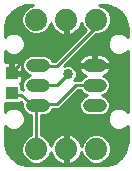
<source format=gtl>
G75*
%MOIN*%
%OFA0B0*%
%FSLAX25Y25*%
%IPPOS*%
%LPD*%
%AMOC8*
5,1,8,0,0,1.08239X$1,22.5*
%
%ADD10R,0.03937X0.04331*%
%ADD11C,0.07400*%
%ADD12C,0.04331*%
%ADD13C,0.01000*%
%ADD14C,0.03400*%
D10*
X0007560Y0029529D03*
X0007560Y0036221D03*
D11*
X0015685Y0054125D03*
X0025685Y0054125D03*
X0035685Y0054125D03*
X0035685Y0011000D03*
X0025685Y0011000D03*
X0015685Y0011000D03*
D12*
X0014464Y0025557D02*
X0018008Y0025557D01*
X0014464Y0025557D02*
X0014464Y0025557D01*
X0018008Y0025557D01*
X0018008Y0025557D01*
X0018008Y0032250D02*
X0014464Y0032250D01*
X0014464Y0032250D01*
X0018008Y0032250D01*
X0018008Y0032250D01*
X0018008Y0038943D02*
X0014464Y0038943D01*
X0014464Y0038943D01*
X0018008Y0038943D01*
X0018008Y0038943D01*
X0033362Y0038943D02*
X0036906Y0038943D01*
X0033362Y0038943D02*
X0033362Y0038943D01*
X0036906Y0038943D01*
X0036906Y0038943D01*
X0036906Y0032250D02*
X0033362Y0032250D01*
X0033362Y0032250D01*
X0036906Y0032250D01*
X0036906Y0032250D01*
X0036906Y0025557D02*
X0033362Y0025557D01*
X0033362Y0025557D01*
X0036906Y0025557D01*
X0036906Y0025557D01*
D13*
X0012720Y0007036D02*
X0008639Y0007036D01*
X0009553Y0006372D02*
X0007528Y0007843D01*
X0006057Y0009868D01*
X0005283Y0012249D01*
X0005185Y0013500D01*
X0005185Y0018767D01*
X0006089Y0017863D01*
X0007449Y0017300D01*
X0008921Y0017300D01*
X0010281Y0017863D01*
X0011322Y0018904D01*
X0011885Y0020264D01*
X0011885Y0021736D01*
X0011322Y0023096D01*
X0010281Y0024137D01*
X0008921Y0024700D01*
X0007449Y0024700D01*
X0006089Y0024137D01*
X0005185Y0023233D01*
X0005185Y0026163D01*
X0010026Y0026163D01*
X0010634Y0026772D01*
X0011123Y0026283D01*
X0011099Y0026226D01*
X0011099Y0024888D01*
X0011612Y0023651D01*
X0012558Y0022704D01*
X0013795Y0022192D01*
X0013985Y0022192D01*
X0013985Y0015600D01*
X0012909Y0015154D01*
X0011531Y0013776D01*
X0010785Y0011975D01*
X0010785Y0010025D01*
X0011531Y0008224D01*
X0012909Y0006846D01*
X0014710Y0006100D01*
X0016660Y0006100D01*
X0018461Y0006846D01*
X0019839Y0008224D01*
X0020577Y0010007D01*
X0020613Y0009782D01*
X0020866Y0009004D01*
X0021238Y0008275D01*
X0021719Y0007612D01*
X0022297Y0007034D01*
X0022960Y0006553D01*
X0023689Y0006181D01*
X0024467Y0005928D01*
X0025185Y0005814D01*
X0025185Y0010500D01*
X0026185Y0010500D01*
X0026185Y0005814D01*
X0026903Y0005928D01*
X0027681Y0006181D01*
X0028410Y0006553D01*
X0029073Y0007034D01*
X0029651Y0007612D01*
X0030132Y0008275D01*
X0030504Y0009004D01*
X0030757Y0009782D01*
X0030793Y0010007D01*
X0031531Y0008224D01*
X0032909Y0006846D01*
X0034710Y0006100D01*
X0036660Y0006100D01*
X0038461Y0006846D01*
X0039839Y0008224D01*
X0040585Y0010025D01*
X0040585Y0011975D01*
X0039839Y0013776D01*
X0038461Y0015154D01*
X0036660Y0015900D01*
X0034710Y0015900D01*
X0032909Y0015154D01*
X0031531Y0013776D01*
X0030793Y0011993D01*
X0030757Y0012218D01*
X0030504Y0012996D01*
X0030132Y0013725D01*
X0029651Y0014388D01*
X0029073Y0014966D01*
X0028410Y0015447D01*
X0027681Y0015819D01*
X0026903Y0016072D01*
X0026185Y0016186D01*
X0026185Y0011500D01*
X0025185Y0011500D01*
X0025185Y0016186D01*
X0024467Y0016072D01*
X0023689Y0015819D01*
X0022960Y0015447D01*
X0022297Y0014966D01*
X0021719Y0014388D01*
X0021238Y0013725D01*
X0020866Y0012996D01*
X0020613Y0012218D01*
X0020577Y0011993D01*
X0019839Y0013776D01*
X0018461Y0015154D01*
X0017385Y0015600D01*
X0017385Y0022192D01*
X0018677Y0022192D01*
X0019914Y0022704D01*
X0020861Y0023651D01*
X0021130Y0024300D01*
X0023264Y0024300D01*
X0024260Y0025296D01*
X0029514Y0030550D01*
X0030424Y0030550D01*
X0030509Y0030344D01*
X0031456Y0029397D01*
X0032647Y0028904D01*
X0031456Y0028410D01*
X0030509Y0027463D01*
X0029997Y0026226D01*
X0029997Y0024888D01*
X0030509Y0023651D01*
X0031456Y0022704D01*
X0032693Y0022192D01*
X0037575Y0022192D01*
X0038812Y0022704D01*
X0039758Y0023651D01*
X0040271Y0024888D01*
X0040271Y0026226D01*
X0039758Y0027463D01*
X0038812Y0028410D01*
X0037620Y0028904D01*
X0038812Y0029397D01*
X0039758Y0030344D01*
X0040271Y0031581D01*
X0040271Y0032919D01*
X0039758Y0034156D01*
X0038812Y0035103D01*
X0038012Y0035434D01*
X0038642Y0035695D01*
X0039242Y0036096D01*
X0039753Y0036606D01*
X0040154Y0037207D01*
X0040430Y0037874D01*
X0040543Y0038443D01*
X0035634Y0038443D01*
X0035634Y0039443D01*
X0040543Y0039443D01*
X0040430Y0040012D01*
X0040154Y0040679D01*
X0039753Y0041279D01*
X0039242Y0041790D01*
X0038642Y0042191D01*
X0037975Y0042467D01*
X0037266Y0042608D01*
X0035634Y0042608D01*
X0035634Y0039443D01*
X0034634Y0039443D01*
X0034634Y0042608D01*
X0033001Y0042608D01*
X0032293Y0042467D01*
X0031626Y0042191D01*
X0031026Y0041790D01*
X0030515Y0041279D01*
X0030114Y0040679D01*
X0029838Y0040012D01*
X0029724Y0039443D01*
X0034634Y0039443D01*
X0034634Y0038443D01*
X0029724Y0038443D01*
X0029838Y0037874D01*
X0030114Y0037207D01*
X0030515Y0036606D01*
X0031026Y0036096D01*
X0031626Y0035695D01*
X0032255Y0035434D01*
X0031456Y0035103D01*
X0030509Y0034156D01*
X0030424Y0033950D01*
X0028361Y0033950D01*
X0028768Y0034357D01*
X0029210Y0035423D01*
X0029210Y0036577D01*
X0028768Y0037643D01*
X0027953Y0038458D01*
X0026887Y0038900D01*
X0025733Y0038900D01*
X0025103Y0038639D01*
X0035689Y0049225D01*
X0036660Y0049225D01*
X0038461Y0049971D01*
X0039839Y0051349D01*
X0040585Y0053150D01*
X0040585Y0055100D01*
X0039839Y0056901D01*
X0038461Y0058279D01*
X0036720Y0059000D01*
X0038185Y0059000D01*
X0039436Y0058902D01*
X0041817Y0058128D01*
X0043842Y0056657D01*
X0045313Y0054632D01*
X0046086Y0052251D01*
X0046185Y0051000D01*
X0046185Y0048233D01*
X0045281Y0049137D01*
X0043921Y0049700D01*
X0042449Y0049700D01*
X0041089Y0049137D01*
X0040048Y0048096D01*
X0039485Y0046736D01*
X0039485Y0045264D01*
X0040048Y0043904D01*
X0041089Y0042863D01*
X0042449Y0042300D01*
X0043921Y0042300D01*
X0045281Y0042863D01*
X0046185Y0043767D01*
X0046185Y0023233D01*
X0045281Y0024137D01*
X0043921Y0024700D01*
X0042449Y0024700D01*
X0041089Y0024137D01*
X0040048Y0023096D01*
X0039485Y0021736D01*
X0039485Y0020264D01*
X0040048Y0018904D01*
X0041089Y0017863D01*
X0042449Y0017300D01*
X0043921Y0017300D01*
X0045281Y0017863D01*
X0046185Y0018767D01*
X0046185Y0013500D01*
X0046086Y0012249D01*
X0045313Y0009868D01*
X0043842Y0007843D01*
X0041817Y0006372D01*
X0039436Y0005598D01*
X0038185Y0005500D01*
X0013185Y0005500D01*
X0011934Y0005598D01*
X0009553Y0006372D01*
X0010583Y0006037D02*
X0024131Y0006037D01*
X0025185Y0006037D02*
X0026185Y0006037D01*
X0026185Y0007036D02*
X0025185Y0007036D01*
X0025185Y0008034D02*
X0026185Y0008034D01*
X0026185Y0009033D02*
X0025185Y0009033D01*
X0025185Y0010031D02*
X0026185Y0010031D01*
X0026185Y0012028D02*
X0025185Y0012028D01*
X0025185Y0013027D02*
X0026185Y0013027D01*
X0026185Y0014025D02*
X0025185Y0014025D01*
X0025185Y0015024D02*
X0026185Y0015024D01*
X0026185Y0016022D02*
X0025185Y0016022D01*
X0024315Y0016022D02*
X0017385Y0016022D01*
X0017385Y0017021D02*
X0046185Y0017021D01*
X0046185Y0018019D02*
X0045437Y0018019D01*
X0046185Y0016022D02*
X0027055Y0016022D01*
X0028993Y0015024D02*
X0032779Y0015024D01*
X0031781Y0014025D02*
X0029915Y0014025D01*
X0030488Y0013027D02*
X0031221Y0013027D01*
X0030807Y0012028D02*
X0030787Y0012028D01*
X0030513Y0009033D02*
X0031196Y0009033D01*
X0031721Y0008034D02*
X0029958Y0008034D01*
X0029075Y0007036D02*
X0032720Y0007036D01*
X0027239Y0006037D02*
X0040787Y0006037D01*
X0042731Y0007036D02*
X0038650Y0007036D01*
X0039649Y0008034D02*
X0043981Y0008034D01*
X0044706Y0009033D02*
X0040174Y0009033D01*
X0040585Y0010031D02*
X0045366Y0010031D01*
X0045691Y0011030D02*
X0040585Y0011030D01*
X0040563Y0012028D02*
X0046015Y0012028D01*
X0046148Y0013027D02*
X0040149Y0013027D01*
X0039589Y0014025D02*
X0046185Y0014025D01*
X0046185Y0015024D02*
X0038591Y0015024D01*
X0040933Y0018019D02*
X0017385Y0018019D01*
X0017385Y0019018D02*
X0040001Y0019018D01*
X0039588Y0020016D02*
X0017385Y0020016D01*
X0017385Y0021015D02*
X0039485Y0021015D01*
X0039600Y0022013D02*
X0017385Y0022013D01*
X0020222Y0023012D02*
X0031148Y0023012D01*
X0030360Y0024010D02*
X0021010Y0024010D01*
X0022560Y0026000D02*
X0016679Y0026000D01*
X0016236Y0025557D01*
X0015685Y0025006D01*
X0015685Y0011000D01*
X0019589Y0014025D02*
X0021455Y0014025D01*
X0020882Y0013027D02*
X0020149Y0013027D01*
X0020563Y0012028D02*
X0020583Y0012028D01*
X0020857Y0009033D02*
X0020174Y0009033D01*
X0019649Y0008034D02*
X0021412Y0008034D01*
X0022295Y0007036D02*
X0018650Y0007036D01*
X0011721Y0008034D02*
X0007389Y0008034D01*
X0006664Y0009033D02*
X0011196Y0009033D01*
X0010785Y0010031D02*
X0006004Y0010031D01*
X0005679Y0011030D02*
X0010785Y0011030D01*
X0010807Y0012028D02*
X0005355Y0012028D01*
X0005222Y0013027D02*
X0011221Y0013027D01*
X0011781Y0014025D02*
X0005185Y0014025D01*
X0005185Y0015024D02*
X0012779Y0015024D01*
X0013985Y0016022D02*
X0005185Y0016022D01*
X0005185Y0017021D02*
X0013985Y0017021D01*
X0013985Y0018019D02*
X0010437Y0018019D01*
X0011369Y0019018D02*
X0013985Y0019018D01*
X0013985Y0020016D02*
X0011782Y0020016D01*
X0011885Y0021015D02*
X0013985Y0021015D01*
X0013985Y0022013D02*
X0011770Y0022013D01*
X0011356Y0023012D02*
X0012250Y0023012D01*
X0011463Y0024010D02*
X0010407Y0024010D01*
X0011099Y0025009D02*
X0005185Y0025009D01*
X0005185Y0026007D02*
X0011099Y0026007D01*
X0010685Y0029125D02*
X0014253Y0025557D01*
X0016236Y0025557D01*
X0022560Y0026000D02*
X0028810Y0032250D01*
X0035134Y0032250D01*
X0037861Y0029003D02*
X0046185Y0029003D01*
X0046185Y0028004D02*
X0039217Y0028004D01*
X0039948Y0027006D02*
X0046185Y0027006D01*
X0046185Y0026007D02*
X0040271Y0026007D01*
X0040271Y0025009D02*
X0046185Y0025009D01*
X0046185Y0024010D02*
X0045407Y0024010D01*
X0040963Y0024010D02*
X0039907Y0024010D01*
X0040014Y0023012D02*
X0039120Y0023012D01*
X0032407Y0029003D02*
X0027967Y0029003D01*
X0026969Y0028004D02*
X0031050Y0028004D01*
X0030320Y0027006D02*
X0025970Y0027006D01*
X0024972Y0026007D02*
X0029997Y0026007D01*
X0029997Y0025009D02*
X0023973Y0025009D01*
X0028966Y0030001D02*
X0030851Y0030001D01*
X0030443Y0033996D02*
X0028407Y0033996D01*
X0029032Y0034994D02*
X0031347Y0034994D01*
X0031180Y0035993D02*
X0029210Y0035993D01*
X0029038Y0036991D02*
X0030258Y0036991D01*
X0029815Y0037990D02*
X0028422Y0037990D01*
X0029833Y0039987D02*
X0026451Y0039987D01*
X0027449Y0040985D02*
X0030318Y0040985D01*
X0031315Y0041984D02*
X0028448Y0041984D01*
X0029446Y0042982D02*
X0040970Y0042982D01*
X0040017Y0043981D02*
X0030445Y0043981D01*
X0031443Y0044979D02*
X0039603Y0044979D01*
X0039485Y0045978D02*
X0032442Y0045978D01*
X0033440Y0046976D02*
X0039584Y0046976D01*
X0039998Y0047975D02*
X0034439Y0047975D01*
X0035437Y0048973D02*
X0040926Y0048973D01*
X0039460Y0050970D02*
X0046185Y0050970D01*
X0046109Y0051969D02*
X0040096Y0051969D01*
X0040509Y0052967D02*
X0045854Y0052967D01*
X0045529Y0053966D02*
X0040585Y0053966D01*
X0040585Y0054964D02*
X0045072Y0054964D01*
X0044346Y0055963D02*
X0040227Y0055963D01*
X0039778Y0056961D02*
X0043423Y0056961D01*
X0042048Y0057960D02*
X0038780Y0057960D01*
X0038715Y0058958D02*
X0036821Y0058958D01*
X0035685Y0054125D02*
X0035685Y0051625D01*
X0022560Y0038500D01*
X0016679Y0038500D01*
X0016236Y0038943D01*
X0013795Y0042308D02*
X0012558Y0041796D01*
X0011612Y0040849D01*
X0011099Y0039612D01*
X0011099Y0038273D01*
X0011612Y0037037D01*
X0012558Y0036090D01*
X0013750Y0035596D01*
X0012558Y0035103D01*
X0011612Y0034156D01*
X0011099Y0032919D01*
X0011099Y0031581D01*
X0011428Y0030786D01*
X0011389Y0030825D01*
X0010728Y0030825D01*
X0010728Y0032191D01*
X0010205Y0032715D01*
X0010450Y0032856D01*
X0010729Y0033135D01*
X0010926Y0033477D01*
X0011028Y0033859D01*
X0011028Y0035737D01*
X0008044Y0035737D01*
X0008044Y0036706D01*
X0007076Y0036706D01*
X0007076Y0039887D01*
X0005394Y0039887D01*
X0005185Y0039831D01*
X0005185Y0043767D01*
X0006089Y0042863D01*
X0007449Y0042300D01*
X0008921Y0042300D01*
X0010281Y0042863D01*
X0011322Y0043904D01*
X0011885Y0045264D01*
X0011885Y0046736D01*
X0011322Y0048096D01*
X0010281Y0049137D01*
X0008921Y0049700D01*
X0007449Y0049700D01*
X0006089Y0049137D01*
X0005185Y0048233D01*
X0005185Y0051000D01*
X0005283Y0052251D01*
X0006057Y0054632D01*
X0007528Y0056657D01*
X0009553Y0058128D01*
X0011934Y0058902D01*
X0013185Y0059000D01*
X0014650Y0059000D01*
X0012909Y0058279D01*
X0011531Y0056901D01*
X0010785Y0055100D01*
X0010785Y0053150D01*
X0011531Y0051349D01*
X0012909Y0049971D01*
X0014710Y0049225D01*
X0016660Y0049225D01*
X0018461Y0049971D01*
X0019839Y0051349D01*
X0020577Y0053132D01*
X0020613Y0052907D01*
X0020866Y0052129D01*
X0021238Y0051400D01*
X0021719Y0050737D01*
X0022297Y0050159D01*
X0022960Y0049678D01*
X0023689Y0049306D01*
X0024467Y0049053D01*
X0025185Y0048939D01*
X0025185Y0053625D01*
X0026185Y0053625D01*
X0026185Y0048939D01*
X0026903Y0049053D01*
X0027681Y0049306D01*
X0028410Y0049678D01*
X0029073Y0050159D01*
X0029651Y0050737D01*
X0030132Y0051400D01*
X0030504Y0052129D01*
X0030757Y0052907D01*
X0030793Y0053132D01*
X0031531Y0051349D01*
X0032268Y0050612D01*
X0021856Y0040200D01*
X0021130Y0040200D01*
X0020861Y0040849D01*
X0019914Y0041796D01*
X0018677Y0042308D01*
X0013795Y0042308D01*
X0013011Y0041984D02*
X0005185Y0041984D01*
X0005185Y0042982D02*
X0005970Y0042982D01*
X0005185Y0040985D02*
X0011747Y0040985D01*
X0011254Y0039987D02*
X0005185Y0039987D01*
X0007076Y0038988D02*
X0008044Y0038988D01*
X0008044Y0037990D02*
X0007076Y0037990D01*
X0007076Y0036991D02*
X0008044Y0036991D01*
X0008044Y0036706D02*
X0008044Y0039887D01*
X0009726Y0039887D01*
X0010107Y0039785D01*
X0010450Y0039587D01*
X0010729Y0039308D01*
X0010926Y0038966D01*
X0011028Y0038584D01*
X0011028Y0036706D01*
X0008044Y0036706D01*
X0007560Y0036625D02*
X0007560Y0036221D01*
X0007560Y0036625D02*
X0010060Y0039125D01*
X0010060Y0041000D01*
X0013185Y0044125D01*
X0015685Y0044125D01*
X0020685Y0049125D01*
X0022555Y0049972D02*
X0018461Y0049972D01*
X0019460Y0050970D02*
X0021550Y0050970D01*
X0020948Y0051969D02*
X0020096Y0051969D01*
X0020509Y0052967D02*
X0020604Y0052967D01*
X0025185Y0052967D02*
X0026185Y0052967D01*
X0026185Y0051969D02*
X0025185Y0051969D01*
X0025185Y0050970D02*
X0026185Y0050970D01*
X0026185Y0049972D02*
X0025185Y0049972D01*
X0025185Y0048973D02*
X0026185Y0048973D01*
X0026399Y0048973D02*
X0030629Y0048973D01*
X0031628Y0049972D02*
X0028815Y0049972D01*
X0029820Y0050970D02*
X0031910Y0050970D01*
X0031274Y0051969D02*
X0030422Y0051969D01*
X0030766Y0052967D02*
X0030861Y0052967D01*
X0029631Y0047975D02*
X0011372Y0047975D01*
X0011785Y0046976D02*
X0028632Y0046976D01*
X0027634Y0045978D02*
X0011885Y0045978D01*
X0011767Y0044979D02*
X0026635Y0044979D01*
X0025636Y0043981D02*
X0011353Y0043981D01*
X0010400Y0042982D02*
X0024638Y0042982D01*
X0023639Y0041984D02*
X0019461Y0041984D01*
X0020725Y0040985D02*
X0022641Y0040985D01*
X0025452Y0038988D02*
X0034634Y0038988D01*
X0035134Y0038943D02*
X0042117Y0038943D01*
X0042560Y0038500D01*
X0040453Y0037990D02*
X0046185Y0037990D01*
X0046185Y0038988D02*
X0035634Y0038988D01*
X0035634Y0039987D02*
X0034634Y0039987D01*
X0034634Y0040985D02*
X0035634Y0040985D01*
X0035634Y0041984D02*
X0034634Y0041984D01*
X0038952Y0041984D02*
X0046185Y0041984D01*
X0046185Y0042982D02*
X0045400Y0042982D01*
X0046185Y0040985D02*
X0039949Y0040985D01*
X0040435Y0039987D02*
X0046185Y0039987D01*
X0046185Y0036991D02*
X0040010Y0036991D01*
X0039087Y0035993D02*
X0046185Y0035993D01*
X0046185Y0034994D02*
X0038921Y0034994D01*
X0039825Y0033996D02*
X0046185Y0033996D01*
X0046185Y0032997D02*
X0040239Y0032997D01*
X0040271Y0031999D02*
X0046185Y0031999D01*
X0046185Y0031000D02*
X0040030Y0031000D01*
X0039416Y0030001D02*
X0046185Y0030001D01*
X0026310Y0036000D02*
X0022560Y0032250D01*
X0016236Y0032250D01*
X0012449Y0034994D02*
X0011028Y0034994D01*
X0011028Y0033996D02*
X0011545Y0033996D01*
X0011131Y0032997D02*
X0010591Y0032997D01*
X0010728Y0031999D02*
X0011099Y0031999D01*
X0011340Y0031000D02*
X0010728Y0031000D01*
X0010685Y0029125D02*
X0007964Y0029125D01*
X0007560Y0029529D01*
X0005963Y0024010D02*
X0005185Y0024010D01*
X0005185Y0018019D02*
X0005933Y0018019D01*
X0018591Y0015024D02*
X0022377Y0015024D01*
X0012793Y0035993D02*
X0008044Y0035993D01*
X0011028Y0036991D02*
X0011657Y0036991D01*
X0011217Y0037990D02*
X0011028Y0037990D01*
X0011099Y0038988D02*
X0010913Y0038988D01*
X0010444Y0048973D02*
X0024971Y0048973D01*
X0014549Y0058958D02*
X0012655Y0058958D01*
X0012590Y0057960D02*
X0009321Y0057960D01*
X0007947Y0056961D02*
X0011592Y0056961D01*
X0011143Y0055963D02*
X0007024Y0055963D01*
X0006298Y0054964D02*
X0010785Y0054964D01*
X0010785Y0053966D02*
X0005840Y0053966D01*
X0005516Y0052967D02*
X0010861Y0052967D01*
X0011274Y0051969D02*
X0005261Y0051969D01*
X0005185Y0050970D02*
X0011910Y0050970D01*
X0012909Y0049972D02*
X0005185Y0049972D01*
X0005185Y0048973D02*
X0005926Y0048973D01*
X0038461Y0049972D02*
X0046185Y0049972D01*
X0046185Y0048973D02*
X0045444Y0048973D01*
D14*
X0042560Y0038500D03*
X0026310Y0036000D03*
X0020685Y0049125D03*
X0020685Y0015375D03*
M02*

</source>
